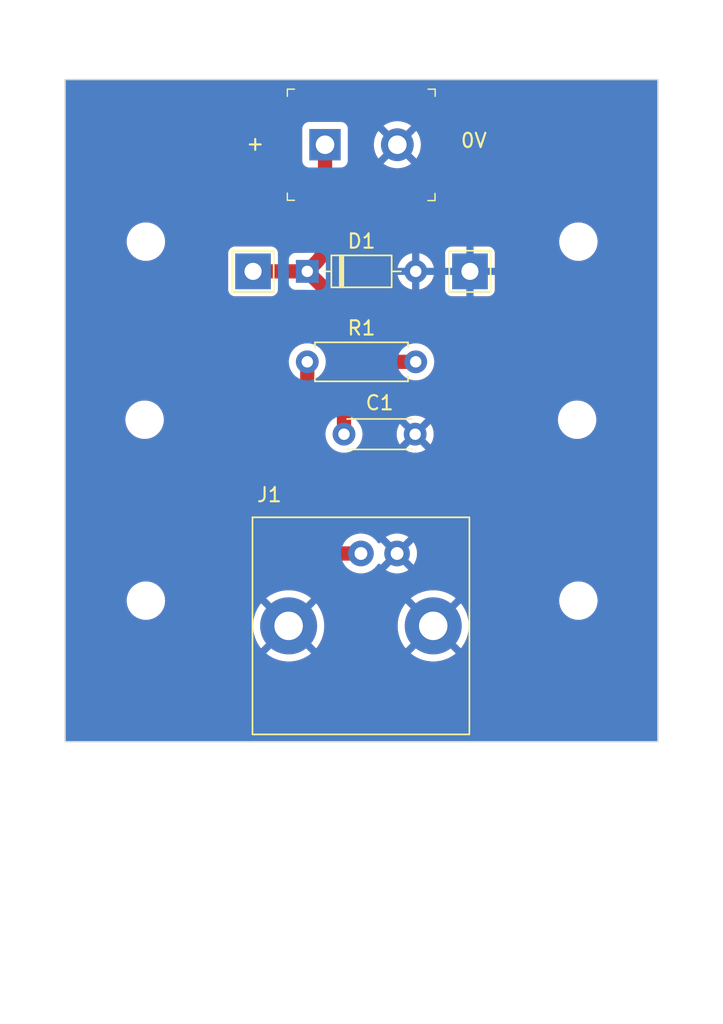
<source format=kicad_pcb>
(kicad_pcb (version 20221018) (generator pcbnew)
  (layers (0 "F.Cu" signal) (31 "B.Cu" signal) (34 "B.Paste" user) (35 "F.Paste" user) (36 "B.SilkS" user "B.Silkscreen") (37 "F.SilkS" user "F.Silkscreen") (38 "B.Mask" user) (39 "F.Mask" user) (44 "Edge.Cuts" user))
  (net 0 "")
  (net 1 "Net-(D1-K)")
  (net 2 "GND")
  (net 3 "Net-(J1-In)")
  (footprint "digikey-footprints:Term_Block_1x2_P5.08MM" (layer "F.Cu") (at 109.198 86.36)
    (fp_text reference "J2" hide)
    (fp_text value "OSTTC022162")
    (fp_line (start -2.65 -3.9) (end -2.65 -3.4) (stroke (width 0.1)) (layer "F.SilkS"))
    (fp_line (start -2.65 -3.9) (end -2.15 -3.9) (stroke (width 0.1)) (layer "F.SilkS"))
    (fp_line (start -2.65 3.4) (end -2.65 3.9) (stroke (width 0.1)) (layer "F.SilkS"))
    (fp_line (start -2.65 3.9) (end -2.15 3.9) (stroke (width 0.1)) (layer "F.SilkS"))
    (fp_line (start 7.728 3.42) (end 7.728 3.92) (stroke (width 0.1)) (layer "F.SilkS"))
    (fp_line (start 7.728 3.92) (end 7.228 3.92) (stroke (width 0.1)) (layer "F.SilkS"))
    (fp_line (start 7.738 -3.9) (end 7.238 -3.9) (stroke (width 0.1)) (layer "F.SilkS"))
    (fp_line (start 7.738 -3.9) (end 7.738 -3.4) (stroke (width 0.1)) (layer "F.SilkS"))
    (pad "1" thru_hole rect (at 0 0) (size 2.2 2.2) (drill 1.3) (layers "*.Cu" "*.Mask") (net 1 "Net-(D1-K)"))
    (pad "2" thru_hole circle (at 5.08 0) (size 2.3 2.3) (drill 1.3) (layers "*.Cu" "*.Mask") (net 2 "GND"))
  )
  (footprint "my library:BNC_amphenol_TH" (layer "F.Cu") (at 110.45 129.025 180)
    (fp_text reference "J1" (at 5.165 18.09 unlocked) (layer "F.SilkS"))
    (fp_text value "Conn_Coaxial")
    (fp_rect (start 6.35 16.51) (end -8.89 1.27) (stroke (width 0.12)) (fill none) (layer "F.SilkS"))
    (pad "1" thru_hole circle (at -1.27 13.97 180) (size 1.8 1.8) (drill 0.9) (layers "*.Cu" "*.Mask") (net 3 "Net-(J1-In)"))
    (pad "2" thru_hole circle (at -6.35 8.89 180) (size 4 4) (drill 2) (layers "*.Cu" "*.Mask") (net 2 "GND"))
    (pad "2" thru_hole circle (at -3.81 13.97 180) (size 1.8 1.8) (drill 0.9) (layers "*.Cu" "*.Mask") (net 2 "GND"))
    (pad "2" thru_hole circle (at 3.81 8.89 180) (size 4 4) (drill 2) (layers "*.Cu" "*.Mask") (net 2 "GND"))
  )
  (footprint "Capacitor_THT:C_Disc_D4.3mm_W1.9mm_P5.00mm" (layer "F.Cu") (at 110.53 106.68)
    (fp_text reference "C1" (at 2.5 -2.2) (layer "F.SilkS"))
    (fp_text value "0.1u")
    (fp_line (start 0.23 -1.07) (end 0.23 -1.055) (stroke (width 0.12)) (layer "F.SilkS"))
    (fp_line (start 0.23 -1.07) (end 4.77 -1.07) (stroke (width 0.12)) (layer "F.SilkS"))
    (fp_line (start 0.23 1.055) (end 0.23 1.07) (stroke (width 0.12)) (layer "F.SilkS"))
    (fp_line (start 0.23 1.07) (end 4.77 1.07) (stroke (width 0.12)) (layer "F.SilkS"))
    (fp_line (start 4.77 -1.07) (end 4.77 -1.055) (stroke (width 0.12)) (layer "F.SilkS"))
    (fp_line (start 4.77 1.055) (end 4.77 1.07) (stroke (width 0.12)) (layer "F.SilkS"))
    (pad "1" thru_hole circle (at 0 0) (size 1.6 1.6) (drill 0.8) (layers "*.Cu" "*.Mask") (net 1 "Net-(D1-K)"))
    (pad "2" thru_hole circle (at 5 0) (size 1.6 1.6) (drill 0.8) (layers "*.Cu" "*.Mask") (net 2 "GND"))
  )
  (footprint "Diode_THT:D_DO-35_SOD27_P7.62mm_Horizontal" (layer "F.Cu") (at 107.95 95.25)
    (fp_text reference "D1" (at 3.81 -2.12) (layer "F.SilkS"))
    (fp_text value "D_Zener")
    (fp_line (start 1.04 0) (end 1.69 0) (stroke (width 0.12)) (layer "F.SilkS"))
    (fp_line (start 1.69 -1.12) (end 1.69 1.12) (stroke (width 0.12)) (layer "F.SilkS"))
    (fp_line (start 1.69 1.12) (end 5.93 1.12) (stroke (width 0.12)) (layer "F.SilkS"))
    (fp_line (start 2.29 -1.12) (end 2.29 1.12) (stroke (width 0.12)) (layer "F.SilkS"))
    (fp_line (start 2.41 -1.12) (end 2.41 1.12) (stroke (width 0.12)) (layer "F.SilkS"))
    (fp_line (start 2.53 -1.12) (end 2.53 1.12) (stroke (width 0.12)) (layer "F.SilkS"))
    (fp_line (start 5.93 -1.12) (end 1.69 -1.12) (stroke (width 0.12)) (layer "F.SilkS"))
    (fp_line (start 5.93 1.12) (end 5.93 -1.12) (stroke (width 0.12)) (layer "F.SilkS"))
    (fp_line (start 6.58 0) (end 5.93 0) (stroke (width 0.12)) (layer "F.SilkS"))
    (pad "1" thru_hole rect (at 0 0) (size 1.6 1.6) (drill 0.8) (layers "*.Cu" "*.Mask") (net 1 "Net-(D1-K)"))
    (pad "2" thru_hole oval (at 7.62 0) (size 1.6 1.6) (drill 0.8) (layers "*.Cu" "*.Mask") (net 2 "GND"))
  )
  (footprint "my library:DIN_Rail_adapter" (layer "F.Cu") (at 126.91 86.814)
    (fp_text reference "REF**" hide)
    (fp_text value "DIN_Rail_adapter")
    (pad "" np_thru_hole circle locked (at 0 18.85) (size 2.2 2.2) (drill 2.2) (layers "*.Cu" "*.Mask"))
    (pad "" np_thru_hole circle locked (at 0.09 6.35) (size 2.2 2.2) (drill 2.2) (layers "*.Cu" "*.Mask"))
    (pad "" np_thru_hole circle locked (at 0.09 31.55) (size 2.2 2.2) (drill 2.2) (layers "*.Cu" "*.Mask"))
  )
  (footprint "TestPoint:TestPoint_THTPad_2.5x2.5mm_Drill1.2mm" (layer "F.Cu") (at 104.14 95.25)
    (fp_text reference "SIG" hide)
    (fp_text value "TestPoint")
    (fp_line (start -1.45 -1.45) (end 1.45 -1.45) (stroke (width 0.12)) (layer "F.SilkS"))
    (fp_line (start -1.45 1.45) (end -1.45 -1.45) (stroke (width 0.12)) (layer "F.SilkS"))
    (fp_line (start 1.45 -1.45) (end 1.45 1.45) (stroke (width 0.12)) (layer "F.SilkS"))
    (fp_line (start 1.45 1.45) (end -1.45 1.45) (stroke (width 0.12)) (layer "F.SilkS"))
    (pad "1" thru_hole rect (at 0 0) (size 2.5 2.5) (drill 1.2) (layers "*.Cu" "*.Mask") (net 1 "Net-(D1-K)"))
  )
  (footprint "my library:DIN_Rail_adapter" (layer "F.Cu") (at 96.52 86.814)
    (fp_text reference "REF**" hide)
    (fp_text value "DIN_Rail_adapter")
    (pad "" np_thru_hole circle locked (at 0 18.85) (size 2.2 2.2) (drill 2.2) (layers "*.Cu" "*.Mask"))
    (pad "" np_thru_hole circle locked (at 0.09 6.35) (size 2.2 2.2) (drill 2.2) (layers "*.Cu" "*.Mask"))
    (pad "" np_thru_hole circle locked (at 0.09 31.55) (size 2.2 2.2) (drill 2.2) (layers "*.Cu" "*.Mask"))
  )
  (footprint "Resistor_THT:R_Axial_DIN0207_L6.3mm_D2.5mm_P7.62mm_Horizontal" (layer "F.Cu") (at 107.95 101.6)
    (fp_text reference "R1" (at 3.81 -2.37) (layer "F.SilkS"))
    (fp_text value "10k")
    (fp_line (start 0.54 -1.37) (end 7.08 -1.37) (stroke (width 0.12)) (layer "F.SilkS"))
    (fp_line (start 0.54 -1.04) (end 0.54 -1.37) (stroke (width 0.12)) (layer "F.SilkS"))
    (fp_line (start 0.54 1.04) (end 0.54 1.37) (stroke (width 0.12)) (layer "F.SilkS"))
    (fp_line (start 0.54 1.37) (end 7.08 1.37) (stroke (width 0.12)) (layer "F.SilkS"))
    (fp_line (start 7.08 -1.37) (end 7.08 -1.04) (stroke (width 0.12)) (layer "F.SilkS"))
    (fp_line (start 7.08 1.37) (end 7.08 1.04) (stroke (width 0.12)) (layer "F.SilkS"))
    (pad "1" thru_hole circle (at 0 0) (size 1.6 1.6) (drill 0.8) (layers "*.Cu" "*.Mask") (net 3 "Net-(J1-In)"))
    (pad "2" thru_hole oval (at 7.62 0) (size 1.6 1.6) (drill 0.8) (layers "*.Cu" "*.Mask") (net 1 "Net-(D1-K)"))
  )
  (footprint "TestPoint:TestPoint_THTPad_2.5x2.5mm_Drill1.2mm" (layer "F.Cu") (at 119.38 95.25)
    (fp_text reference "GND" hide)
    (fp_text value "GND")
    (fp_line (start -1.45 -1.45) (end 1.45 -1.45) (stroke (width 0.12)) (layer "F.SilkS"))
    (fp_line (start -1.45 1.45) (end -1.45 -1.45) (stroke (width 0.12)) (layer "F.SilkS"))
    (fp_line (start 1.45 -1.45) (end 1.45 1.45) (stroke (width 0.12)) (layer "F.SilkS"))
    (fp_line (start 1.45 1.45) (end -1.45 1.45) (stroke (width 0.12)) (layer "F.SilkS"))
    (pad "1" thru_hole rect (at 0 0) (size 2.5 2.5) (drill 1.2) (layers "*.Cu" "*.Mask") (net 2 "GND"))
  )
  (gr_rect (start 90.932 81.788) (end 132.588 128.27) (stroke (width 0.1)) (fill none) (layer "Edge.Cuts"))
  (gr_text "+" (at 103.575 86.85) (layer "F.SilkS") (effects (font (size 1 1)) (justify left bottom)))
  (gr_text "0V" (at 118.65 86.65) (layer "F.SilkS") (effects (font (size 1 1)) (justify left bottom)))
  (segment (start 109.198 93.11953) (end 109.198 86.36) (width 1) (layer "F.Cu") (net 1))
  (segment (start 107.95 95.25) (end 104.14 95.25) (width 1) (layer "F.Cu") (net 1))
  (segment (start 110.53 101.960258) (end 110.53 99.654335) (width 1) (layer "F.Cu") (net 1))
  (segment (start 112.629741 101.6) (end 115.57 101.6) (width 1) (layer "F.Cu") (net 1))
  (segment (start 110.53 103.699741) (end 110.53 106.68) (width 1) (layer "F.Cu") (net 1))
  (segment (start 110.53 103.699741) (end 110.53 101.960258) (width 1) (layer "F.Cu") (net 1))
  (segment (start 108.574 94.626) (end 107.95 95.25) (width 1) (layer "F.Cu") (net 1))
  (segment (start 107.95 95.25) (end 109.24 96.54) (width 1) (layer "F.Cu") (net 1))
  (arc (start 109.24 96.54) (mid 110.194739 97.968869) (end 110.53 99.654335) (width 1) (layer "F.Cu") (net 1))
  (arc (start 112.629741 101.6) (mid 111.826205 101.759833) (end 111.145 102.215) (width 1) (layer "F.Cu") (net 1))
  (arc (start 110.53 101.960258) (mid 110.752393 102.293094) (end 111.145 102.215) (width 1) (layer "F.Cu") (net 1))
  (arc (start 109.198 93.11953) (mid 109.035827 93.934825) (end 108.574 94.626) (width 1) (layer "F.Cu") (net 1))
  (arc (start 111.145 102.215) (mid 110.689833 102.896205) (end 110.53 103.699741) (width 1) (layer "F.Cu") (net 1))
  (segment (start 107.95 112.74187) (end 107.95 101.6) (width 1) (layer "F.Cu") (net 3))
  (segment (start 110.263129 115.055) (end 111.72 115.055) (width 1) (layer "F.Cu") (net 3))
  (arc (start 108.6275 114.3775) (mid 109.377933 114.878923) (end 110.263129 115.055) (width 1) (layer "F.Cu") (net 3))
  (arc (start 107.95 112.74187) (mid 108.126076 113.627066) (end 108.6275 114.3775) (width 1) (layer "F.Cu") (net 3))
  (zone (net 2) (net_name "GND") (layers "F&B.Cu") (connect_pads (clearance 0.5)) (min_thickness 0.25) (fill yes (thermal_gap 0.5) (thermal_bridge_width 0.5))
    (polygon (pts (xy 86.36 76.2) (xy 137.16 76.2) (xy 137.16 132.08) (xy 86.36 132.08)))
  )
)
</source>
